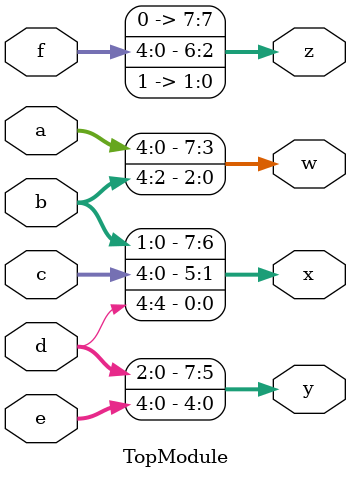
<source format=sv>

module TopModule (
  input [4:0] a,
  input [4:0] b,
  input [4:0] c,
  input [4:0] d,
  input [4:0] e,
  input [4:0] f,
  output [7:0] w,
  output [7:0] x,
  output [7:0] y,
  output [7:0] z
);
assign w = {a, b[4:2]};
assign x = {b[1:0], c, d[4:4]};
assign y = {d[3:0], e};
assign z = {f, 2'b11};
endmodule

</source>
